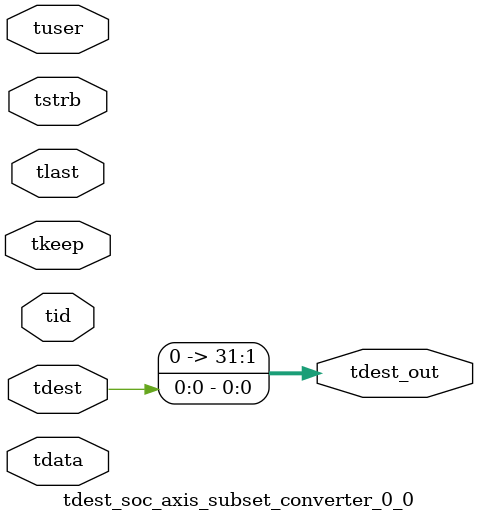
<source format=v>


`timescale 1ps/1ps

module tdest_soc_axis_subset_converter_0_0 #
(
parameter C_S_AXIS_TDATA_WIDTH = 32,
parameter C_S_AXIS_TUSER_WIDTH = 0,
parameter C_S_AXIS_TID_WIDTH   = 0,
parameter C_S_AXIS_TDEST_WIDTH = 0,
parameter C_M_AXIS_TDEST_WIDTH = 32
)
(
input  [(C_S_AXIS_TDATA_WIDTH == 0 ? 1 : C_S_AXIS_TDATA_WIDTH)-1:0     ] tdata,
input  [(C_S_AXIS_TUSER_WIDTH == 0 ? 1 : C_S_AXIS_TUSER_WIDTH)-1:0     ] tuser,
input  [(C_S_AXIS_TID_WIDTH   == 0 ? 1 : C_S_AXIS_TID_WIDTH)-1:0       ] tid,
input  [(C_S_AXIS_TDEST_WIDTH == 0 ? 1 : C_S_AXIS_TDEST_WIDTH)-1:0     ] tdest,
input  [(C_S_AXIS_TDATA_WIDTH/8)-1:0 ] tkeep,
input  [(C_S_AXIS_TDATA_WIDTH/8)-1:0 ] tstrb,
input                                                                    tlast,
output [C_M_AXIS_TDEST_WIDTH-1:0] tdest_out
);

assign tdest_out = {tdest[0:0]};

endmodule


</source>
